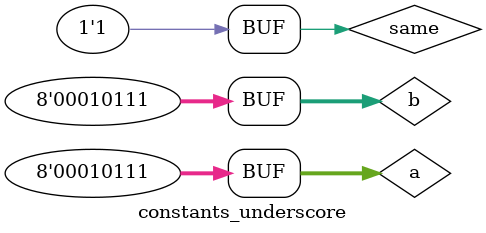
<source format=v>

module constants;


wire [2:0] a; 
wire [3:0] b;
wire [4:0] c;

assign a = 3'b000;  // The three bits of `a` are set to 0. 
assign b = 4'hc;    // `b` is set to 12, thus `b == 4'b1100`
assign c = 5'd13;   // `c` is set to 13, thus `c == 5'b01101`


wire d;
wire [4:0] e;

assign d = |(b & 4'b0011);  // `d` is here equal to 0 
assign e = {(5){1'b1}} ^ c; // `e` is here equal to 5'b10010


endmodule


// 
// For more readability, underscores can be used to separate groups of bits in constants.
// 

module constants_underscore;

wire [7:0] a;
wire [7:0] b;
wire same;

assign a = 8'b00010111;
assign b = 8'b0001_0111;

assign same = a == b; // `same` is here equal to 1

endmodule

</source>
